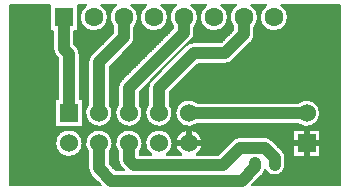
<source format=gtl>
G04 Layer_Physical_Order=1*
G04 Layer_Color=255*
%FSLAX24Y24*%
%MOIN*%
G70*
G01*
G75*
%ADD10C,0.0079*%
%ADD11C,0.0394*%
%ADD12C,0.0197*%
%ADD13C,0.0630*%
%ADD14R,0.0630X0.0630*%
%ADD15C,0.0600*%
%ADD16R,0.0600X0.0600*%
%ADD17C,0.0394*%
D10*
X41068Y34472D02*
G03*
X41068Y34472I-457J0D01*
G01*
X41256Y33646D02*
G03*
X41360Y33395I354J0D01*
G01*
X41256Y33646D02*
G03*
X41360Y33395I354J0D01*
G01*
X41965Y34183D02*
G03*
X42068Y34472I-354J289D01*
G01*
D02*
G03*
X41256Y34183I-457J0D01*
G01*
X42256Y33915D02*
G03*
X42360Y33665I354J0D01*
G01*
X42256Y33915D02*
G03*
X42360Y33665I354J0D01*
G01*
X42965Y34183D02*
G03*
X43068Y34472I-354J289D01*
G01*
D02*
G03*
X42256Y34183I-457J0D01*
G01*
X44068Y34472D02*
G03*
X43352Y34094I-457J0D01*
G01*
X41256Y35762D02*
G03*
X42068Y35472I354J-289D01*
G01*
X42256Y35762D02*
G03*
X43068Y35472I354J-289D01*
G01*
X42068D02*
G03*
X41965Y35762I-457J0D01*
G01*
X43068Y35472D02*
G03*
X42965Y35762I-457J0D01*
G01*
X43256D02*
G03*
X44068Y35472I354J-289D01*
G01*
X40089Y37628D02*
G03*
X40193Y37377I354J0D01*
G01*
X41360Y37422D02*
G03*
X41256Y37171I251J-251D01*
G01*
X41360Y37422D02*
G03*
X41256Y37171I250J-251D01*
G01*
X40089Y37628D02*
G03*
X40192Y37377I354J0D01*
G01*
X40965Y37461D02*
G03*
X40861Y37711I-354J0D01*
G01*
X40965Y37461D02*
G03*
X40861Y37711I-354J0D01*
G01*
X42360Y36571D02*
G03*
X42256Y36321I251J-251D01*
G01*
X42360Y36572D02*
G03*
X42256Y36321I250J-251D01*
G01*
X43360Y36567D02*
G03*
X43256Y36317I251J-251D01*
G01*
X43360Y36568D02*
G03*
X43256Y36317I250J-251D01*
G01*
X42693Y37753D02*
G03*
X42797Y38004I-250J251D01*
G01*
X42693Y37753D02*
G03*
X42797Y38004I-251J251D01*
G01*
X41197Y39075D02*
G03*
X41915Y38671I246J-404D01*
G01*
X42197Y39075D02*
G03*
X42089Y38359I246J-404D01*
G01*
X41915Y38671D02*
G03*
X41689Y39075I-472J0D01*
G01*
X42915Y38671D02*
G03*
X42689Y39075I-472J0D01*
G01*
X43197D02*
G03*
X43915Y38671I246J-404D01*
G01*
X42797Y38359D02*
G03*
X42915Y38671I-354J312D01*
G01*
X43868Y34094D02*
G03*
X44068Y34472I-258J378D01*
G01*
X45068D02*
G03*
X44352Y34094I-457J0D01*
G01*
X47061Y33420D02*
G03*
X47154Y33581I-250J251D01*
G01*
X47062Y33421D02*
G03*
X47154Y33581I-251J251D01*
G01*
X44868Y34094D02*
G03*
X45068Y34472I-258J378D01*
G01*
X46319Y34675D02*
G03*
X46068Y34571I0J-354D01*
G01*
X46319Y34675D02*
G03*
X46068Y34571I0J-354D01*
G01*
X44900Y35827D02*
G03*
X44900Y35118I-289J-354D01*
G01*
X44068Y35472D02*
G03*
X43965Y35762I-457J0D01*
G01*
X47154Y33581D02*
G03*
X47825Y33740I317J159D01*
G01*
X47154Y33581D02*
G03*
X47825Y33740I317J159D01*
G01*
X47387Y34571D02*
G03*
X47136Y34675I-251J-250D01*
G01*
X47825Y33986D02*
G03*
X47721Y34237I-354J0D01*
G01*
X47825Y33986D02*
G03*
X47721Y34237I-354J0D01*
G01*
X47386Y34571D02*
G03*
X47136Y34675I-251J-251D01*
G01*
X48239Y35118D02*
G03*
X48991Y35468I294J350D01*
G01*
D02*
G03*
X48249Y35827I-457J0D01*
G01*
X44774Y37835D02*
G03*
X44523Y37731I0J-354D01*
G01*
X44774Y37835D02*
G03*
X44523Y37731I0J-354D01*
G01*
X44693Y37903D02*
G03*
X44797Y38154I-251J251D01*
G01*
X44693Y37903D02*
G03*
X44797Y38154I-250J251D01*
G01*
X43915Y38671D02*
G03*
X43689Y39075I-472J0D01*
G01*
X44197D02*
G03*
X44089Y38359I246J-404D01*
G01*
X44915Y38671D02*
G03*
X44689Y39075I-472J0D01*
G01*
X44797Y38359D02*
G03*
X44915Y38671I-354J312D01*
G01*
X45197Y39075D02*
G03*
X45915Y38671I246J-404D01*
G01*
D02*
G03*
X45689Y39075I-472J0D01*
G01*
X45827Y37126D02*
G03*
X46078Y37230I0J354D01*
G01*
X45827Y37126D02*
G03*
X46077Y37230I0J354D01*
G01*
X46693Y37846D02*
G03*
X46797Y38096I-250J251D01*
G01*
X46693Y37846D02*
G03*
X46797Y38096I-251J251D01*
G01*
Y38359D02*
G03*
X46915Y38671I-354J312D01*
G01*
X46197Y39075D02*
G03*
X46089Y38359I246J-404D01*
G01*
X47197Y39075D02*
G03*
X47915Y38671I246J-404D01*
G01*
X46915D02*
G03*
X46689Y39075I-472J0D01*
G01*
X47915Y38671D02*
G03*
X47689Y39075I-472J0D01*
G01*
X38632Y33661D02*
X41256D01*
X38632Y33839D02*
X41256D01*
X40394Y33071D02*
Y34069D01*
X38632Y33898D02*
X41256D01*
X40157Y33071D02*
Y34407D01*
X40335Y33071D02*
Y34107D01*
X40216Y33071D02*
Y34240D01*
X40276Y33071D02*
Y34161D01*
X38632Y33425D02*
X41333D01*
X38632Y33484D02*
X41295D01*
X38632Y33307D02*
X41448D01*
X38632Y33366D02*
X41389D01*
X38632Y33779D02*
X41256D01*
X38632Y33957D02*
X41256D01*
X38632Y33543D02*
X41271D01*
X38632Y33720D02*
X41256D01*
X38632Y33602D02*
X41259D01*
X38632Y34370D02*
X40164D01*
X38632Y34429D02*
X40155D01*
X38632Y34252D02*
X40209D01*
X38632Y34311D02*
X40182D01*
X38632Y34488D02*
X40153D01*
X38632Y34547D02*
X40159D01*
X40157Y34537D02*
Y35015D01*
X38632Y34606D02*
X40173D01*
X38632Y34665D02*
X40195D01*
X38632Y34193D02*
X40248D01*
X38632Y34724D02*
X40228D01*
X38632Y34016D02*
X40585D01*
X38632Y34134D02*
X40303D01*
X38632Y34075D02*
X40384D01*
X38632Y34783D02*
X40275D01*
X38632Y34842D02*
X40341D01*
X40216Y34705D02*
Y35015D01*
X38632Y34902D02*
X40452D01*
X40453Y34902D02*
Y35015D01*
X40571Y33071D02*
Y34017D01*
X40512Y33071D02*
Y34026D01*
X40689Y33071D02*
Y34022D01*
X40630Y33071D02*
Y34015D01*
X40748Y33071D02*
Y34036D01*
X40453Y33071D02*
Y34043D01*
X40925Y33071D02*
Y34141D01*
X40807Y33071D02*
Y34059D01*
X40866Y33071D02*
Y34093D01*
X41279Y33071D02*
Y33519D01*
X41398Y33071D02*
Y33357D01*
X41339Y33071D02*
Y33418D01*
X41043Y33071D02*
Y34325D01*
X40984Y33071D02*
Y34209D01*
X41161Y33071D02*
Y34384D01*
X41220Y33071D02*
Y34233D01*
X41038Y34311D02*
X41182D01*
X41056Y34370D02*
X41164D01*
X41066Y34429D02*
X41155D01*
X41067Y34488D02*
X41153D01*
X41025Y34665D02*
X41195D01*
X40512Y34919D02*
Y35015D01*
X41062Y34547D02*
X41159D01*
X41043Y34620D02*
Y35015D01*
X41048Y34606D02*
X41173D01*
X40636Y34016D02*
X41256D01*
X40836Y34075D02*
X41256D01*
Y33646D02*
Y34183D01*
X40972Y34193D02*
X41248D01*
X40918Y34134D02*
X41256D01*
X40879Y34842D02*
X41341D01*
X40769Y34902D02*
X41452D01*
X41011Y34252D02*
X41209D01*
X40992Y34724D02*
X41228D01*
X40946Y34783D02*
X41275D01*
X38681Y33071D02*
Y39075D01*
X38632Y33071D02*
Y36368D01*
X38799Y33071D02*
Y39075D01*
X38740Y33071D02*
Y39075D01*
X38917Y33071D02*
Y39075D01*
X38858Y33071D02*
Y39075D01*
X39094Y33071D02*
Y39075D01*
X38976Y33071D02*
Y39075D01*
X39035Y33071D02*
Y39075D01*
X39862Y33071D02*
Y39075D01*
X39803Y33071D02*
Y39075D01*
X39980Y33071D02*
Y38199D01*
X39921Y33071D02*
Y39075D01*
X39213Y33071D02*
Y39075D01*
X39153Y33071D02*
Y39075D01*
X39744Y33071D02*
Y39075D01*
X39272Y33071D02*
Y39075D01*
X39685Y33071D02*
Y39075D01*
X38632Y35020D02*
X40153D01*
X38632Y35079D02*
X40153D01*
X39626Y33071D02*
Y39075D01*
X38632Y35138D02*
X40153D01*
X39390Y33071D02*
Y39075D01*
X39331Y33071D02*
Y39075D01*
X39567Y33071D02*
Y39075D01*
X39449Y33071D02*
Y39075D01*
X39508Y33071D02*
Y39075D01*
X38632Y35374D02*
X40153D01*
X38632Y35433D02*
X40153D01*
X38632Y35197D02*
X40153D01*
X38632Y35315D02*
X40153D01*
X38632Y35256D02*
X40153D01*
X38632Y35669D02*
X40153D01*
X38632Y35728D02*
X40153D01*
X38632Y35492D02*
X40153D01*
X38632Y35610D02*
X40153D01*
X38632Y35551D02*
X40153D01*
X40689Y34923D02*
Y35015D01*
X40571Y34928D02*
Y35015D01*
X40807Y34885D02*
Y35015D01*
X40748Y34909D02*
Y35015D01*
X40098Y33071D02*
Y37545D01*
X40039Y33071D02*
Y38199D01*
X40276Y34784D02*
Y35015D01*
X40335Y34838D02*
Y35015D01*
X40394Y34875D02*
Y35015D01*
X40925Y34804D02*
Y35015D01*
X40866Y34852D02*
Y35015D01*
X40984Y34736D02*
Y35015D01*
X41398Y34877D02*
Y35067D01*
X41102Y33071D02*
Y38344D01*
X41161Y34561D02*
Y35384D01*
X41220Y34712D02*
Y35233D01*
X41279Y34788D02*
Y35156D01*
X41339Y34840D02*
Y35104D01*
X40630Y34929D02*
Y35015D01*
X40153D02*
X41068D01*
Y35374D02*
X41163D01*
X41068Y35433D02*
X41154D01*
X40153Y35015D02*
Y35930D01*
X41068Y35551D02*
X41160D01*
X41068Y35015D02*
Y35930D01*
Y35492D02*
X41153D01*
X41161Y35561D02*
Y38292D01*
X41068Y35256D02*
X41207D01*
X41068Y35315D02*
X41181D01*
X41068Y35079D02*
X41377D01*
X41068Y35197D02*
X41245D01*
X41068Y35138D02*
X41298D01*
X41068Y35610D02*
X41174D01*
X41068Y35669D02*
X41197D01*
X41220Y35712D02*
Y38255D01*
X41068Y35728D02*
X41231D01*
X41256Y35762D02*
Y37171D01*
X38632Y33071D02*
X41684D01*
X38632Y33130D02*
X41625D01*
X41634Y33071D02*
Y33121D01*
X41575Y33071D02*
Y33180D01*
X38632Y33189D02*
X41566D01*
X38632Y33248D02*
X41507D01*
X41516Y33071D02*
Y33239D01*
X41457Y33071D02*
Y33298D01*
X41360Y33395D02*
X41684Y33071D01*
X41965Y33792D02*
X42174Y33583D01*
X41965Y33839D02*
X42264D01*
X42037Y33720D02*
X42314D01*
X41978Y33779D02*
X42283D01*
X41965Y33898D02*
X42256D01*
X41965Y33957D02*
X42256D01*
X42047Y33710D02*
Y34337D01*
X41965Y33792D02*
Y34183D01*
X41988Y33769D02*
Y34215D01*
X42038Y34311D02*
X42182D01*
X42056Y34370D02*
X42164D01*
X42066Y34429D02*
X42155D01*
X41634Y34929D02*
Y35016D01*
X42062Y34547D02*
X42159D01*
X42048Y34606D02*
X42173D01*
X42025Y34665D02*
X42195D01*
X41965Y34016D02*
X42256D01*
X41965Y34075D02*
X42256D01*
X41965Y34134D02*
X42256D01*
X42011Y34252D02*
X42209D01*
X41972Y34193D02*
X42248D01*
X41769Y34902D02*
X42452D01*
X38632Y34961D02*
X49656D01*
X41992Y34724D02*
X42228D01*
X41946Y34783D02*
X42275D01*
X41879Y34842D02*
X42341D01*
X42283Y33583D02*
Y33779D01*
X42096Y33661D02*
X42363D01*
X42401Y33583D02*
Y33623D01*
X42342Y33583D02*
Y33683D01*
X42224Y33583D02*
Y34227D01*
X42165Y33592D02*
Y34366D01*
X42256Y33915D02*
Y34183D01*
X42174Y33583D02*
X42442D01*
X42155Y33602D02*
X42422D01*
X42360Y33665D02*
X42442Y33583D01*
X42965Y34094D02*
X43352D01*
X42992D02*
Y34220D01*
X42965Y34094D02*
Y34183D01*
X43287Y34094D02*
Y34148D01*
X43169Y34094D02*
Y34351D01*
X43228Y34094D02*
Y34221D01*
X43051Y34094D02*
Y34350D01*
X43056Y34370D02*
X43164D01*
X43066Y34429D02*
X43155D01*
X42067Y34488D02*
X42153D01*
X43067D02*
X43153D01*
X43062Y34547D02*
X43159D01*
X43048Y34606D02*
X43173D01*
X42965Y34134D02*
X43303D01*
X42972Y34193D02*
X43248D01*
X43011Y34252D02*
X43209D01*
X43038Y34311D02*
X43182D01*
X43025Y34665D02*
X43195D01*
X42879Y34842D02*
X43341D01*
X42769Y34902D02*
X43452D01*
X42992Y34724D02*
X43228D01*
X42946Y34783D02*
X43275D01*
X41516Y34920D02*
Y35025D01*
X41068Y35020D02*
X41545D01*
X41693Y34922D02*
Y35022D01*
X41575Y34929D02*
Y35016D01*
X41457Y34903D02*
Y35042D01*
X41752Y34907D02*
Y35037D01*
X41929Y34801D02*
Y35144D01*
X41811Y34884D02*
Y35061D01*
X41870Y34849D02*
Y35096D01*
X42224Y34718D02*
Y35227D01*
X41988Y34730D02*
Y35215D01*
X42283Y34793D02*
Y35152D01*
X42342Y34843D02*
Y35102D01*
X42047Y34608D02*
Y35337D01*
X42106Y33651D02*
Y37166D01*
X42165Y34579D02*
Y35366D01*
X42057Y35374D02*
X42163D01*
X42061Y35551D02*
X42160D01*
X42066Y35433D02*
X42154D01*
X42067Y35492D02*
X42153D01*
X41965Y35762D02*
Y37024D01*
X42165Y35579D02*
Y37225D01*
X41988Y35730D02*
Y37048D01*
X42047Y35608D02*
Y37107D01*
X41675Y35020D02*
X42545D01*
X41843Y35079D02*
X42377D01*
X41922Y35138D02*
X42298D01*
X42013Y35256D02*
X42207D01*
X41975Y35197D02*
X42245D01*
X42023Y35669D02*
X42197D01*
X41989Y35728D02*
X42231D01*
X42040Y35315D02*
X42181D01*
X42046Y35610D02*
X42174D01*
X42224Y35718D02*
Y37284D01*
X42520Y34921D02*
Y35024D01*
X42579Y34929D02*
Y35016D01*
X42697Y34922D02*
Y35023D01*
X42638Y34929D02*
Y35016D01*
X42401Y34880D02*
Y35065D01*
X42461Y34905D02*
Y35040D01*
X42874Y34846D02*
Y35099D01*
X42756Y34906D02*
Y35039D01*
X42815Y34882D02*
Y35063D01*
X43287Y34796D02*
Y35148D01*
X42933Y34797D02*
Y35148D01*
X43346Y34846D02*
Y35099D01*
X43405Y34882D02*
Y35063D01*
X43464Y34906D02*
Y35039D01*
X43051Y34595D02*
Y35350D01*
X42992Y34724D02*
Y35220D01*
X43110Y34094D02*
Y36320D01*
X43169Y34594D02*
Y35351D01*
X43228Y34724D02*
Y35221D01*
X43057Y35374D02*
X43163D01*
X43061Y35551D02*
X43160D01*
X43066Y35433D02*
X43154D01*
X43067Y35492D02*
X43153D01*
X42992Y35724D02*
Y36202D01*
X43169Y35594D02*
Y36379D01*
X43051Y35595D02*
Y36261D01*
X43046Y35610D02*
X43174D01*
X42675Y35020D02*
X43545D01*
X42843Y35079D02*
X43377D01*
X42922Y35138D02*
X43298D01*
X43013Y35256D02*
X43207D01*
X42975Y35197D02*
X43245D01*
X43023Y35669D02*
X43197D01*
X42989Y35728D02*
X43231D01*
X43040Y35315D02*
X43181D01*
X43228Y35724D02*
Y36438D01*
X38632Y35787D02*
X40153D01*
X38632Y35846D02*
X40153D01*
X38632Y35905D02*
X40153D01*
Y35930D02*
X40256D01*
X38632Y35965D02*
X40256D01*
X38632Y36024D02*
X40256D01*
X40216Y35930D02*
Y37353D01*
X40157Y35930D02*
Y37418D01*
X38632Y36083D02*
X40256D01*
X38632Y36260D02*
X40256D01*
X38632Y36319D02*
X40256D01*
X38632Y36142D02*
X40256D01*
X38632Y36201D02*
X40256D01*
X38632Y36555D02*
X40256D01*
X38632Y36614D02*
X40256D01*
X38632Y36378D02*
X40256D01*
X38632Y36496D02*
X40256D01*
X38632Y36437D02*
X40256D01*
X38632Y37264D02*
X40256D01*
X38632Y37323D02*
X40247D01*
X40193Y37377D02*
X40256Y37314D01*
X38632Y37382D02*
X40188D01*
X38632Y37441D02*
X40142D01*
X38632Y37500D02*
X40113D01*
X38632Y37618D02*
X40089D01*
X38632Y37559D02*
X40095D01*
X38632Y36850D02*
X40256D01*
X38632Y36909D02*
X40256D01*
X38632Y36673D02*
X40256D01*
X38632Y36791D02*
X40256D01*
X38632Y36732D02*
X40256D01*
X38632Y37146D02*
X40256D01*
X38632Y37205D02*
X40256D01*
X38632Y36968D02*
X40256D01*
X38632Y37087D02*
X40256D01*
X38632Y37027D02*
X40256D01*
X41068Y35905D02*
X41256D01*
X40965Y35930D02*
X41068D01*
Y35787D02*
X41256D01*
X41068Y35846D02*
X41256D01*
X40256Y35930D02*
Y37314D01*
X40965Y36024D02*
X41256D01*
X40965Y35930D02*
Y37461D01*
Y36083D02*
X41256D01*
X40965Y35965D02*
X41256D01*
X40965Y36260D02*
X41256D01*
X40965Y36319D02*
X41256D01*
X40965Y36142D02*
X41256D01*
X40965Y36201D02*
X41256D01*
X40965Y36555D02*
X41256D01*
X40965Y36614D02*
X41256D01*
X40965Y36378D02*
X41256D01*
X40965Y36496D02*
X41256D01*
X40965Y36437D02*
X41256D01*
X40965Y36791D02*
X41256D01*
X40965Y36850D02*
X41256D01*
X40965Y36673D02*
X41256D01*
X40965Y36732D02*
X41256D01*
X40965Y37087D02*
X41256D01*
X40965Y37146D02*
X41256D01*
X40965Y36909D02*
X41256D01*
X40965Y37027D02*
X41256D01*
X40965Y36968D02*
X41256D01*
X40965Y37205D02*
X41257D01*
X40965Y37264D02*
X41268D01*
X40965Y37323D02*
X41290D01*
X40965Y37382D02*
X41325D01*
X40951Y37559D02*
X41497D01*
X40928Y37618D02*
X41556D01*
X40965Y37441D02*
X41379D01*
X40962Y37500D02*
X41438D01*
X38632Y37795D02*
X40089D01*
X38632Y37854D02*
X40089D01*
X38632Y37677D02*
X40089D01*
X38632Y37736D02*
X40089D01*
X38632Y38031D02*
X40089D01*
X38632Y38090D02*
X40089D01*
X38632Y36368D02*
Y39075D01*
Y38150D02*
X40089D01*
Y37628D02*
Y38199D01*
X40797Y37775D02*
X40861Y37711D01*
X40836Y37736D02*
X41674D01*
X40797Y37795D02*
X41733D01*
X38632Y37913D02*
X40089D01*
X38632Y37972D02*
X40089D01*
X40807Y37765D02*
Y38199D01*
X40797Y37775D02*
Y38199D01*
Y37854D02*
X41792D01*
X38632Y38327D02*
X39970D01*
X38632Y38386D02*
X39970D01*
X38632Y38209D02*
X39970D01*
X38632Y38268D02*
X39970D01*
X38632Y38445D02*
X39970D01*
X38632Y38504D02*
X39970D01*
Y38199D02*
Y39075D01*
X38632Y38622D02*
X39970D01*
X38632Y38563D02*
X39970D01*
X38632Y38681D02*
X39970D01*
X38632Y38740D02*
X39970D01*
X40797Y38199D02*
X40915D01*
X38632Y38799D02*
X39970D01*
Y38199D02*
X40089D01*
X38632Y39035D02*
X39970D01*
X38632Y39075D02*
X39970D01*
X38632Y38858D02*
X39970D01*
X38632Y38976D02*
X39970D01*
X38632Y38917D02*
X39970D01*
X41339Y37399D02*
Y38210D01*
X40866Y37706D02*
Y38199D01*
X40925Y37623D02*
Y39075D01*
X40915Y38199D02*
Y39075D01*
X40984Y35930D02*
Y38558D01*
X41043Y35930D02*
Y38419D01*
X41279Y37298D02*
Y38228D01*
X41398Y37460D02*
Y38201D01*
X40891Y37677D02*
X41615D01*
X41457Y37519D02*
Y38199D01*
X41516Y37578D02*
Y38204D01*
X41575Y37637D02*
Y38218D01*
X40915Y38209D02*
X41347D01*
X41634Y37696D02*
Y38239D01*
X41693Y37755D02*
Y38270D01*
X41752Y37814D02*
Y38314D01*
X40915Y38563D02*
X40983D01*
X40915Y38622D02*
X40973D01*
X40915Y38445D02*
X41028D01*
X40915Y38504D02*
X41001D01*
X40915Y38681D02*
X40971D01*
X40915Y38740D02*
X40976D01*
X40984Y38784D02*
Y39075D01*
X40915Y38799D02*
X40988D01*
X40915Y38858D02*
X41009D01*
X40915Y38917D02*
X41040D01*
X40915Y38976D02*
X41082D01*
X40915Y38268D02*
X41197D01*
X40915Y38386D02*
X41066D01*
X40915Y38327D02*
X41120D01*
X40915Y39035D02*
X41142D01*
X40915Y39075D02*
X41197D01*
X41043Y38923D02*
Y39075D01*
X41102Y38999D02*
Y39075D01*
X41752Y39029D02*
Y39075D01*
X41965Y35905D02*
X42256D01*
X41965Y35965D02*
X42256D01*
X41965Y35787D02*
X42256D01*
X41965Y35846D02*
X42256D01*
X41965Y36024D02*
X42256D01*
X41965Y36083D02*
X42256D01*
Y35762D02*
Y36321D01*
X41965Y36201D02*
X42256D01*
X41965Y36142D02*
X42256D01*
X41965Y36378D02*
X42261D01*
X41965Y36437D02*
X42275D01*
X41965Y36260D02*
X42256D01*
X41965Y36319D02*
X42256D01*
X41965Y36496D02*
X42302D01*
X42283Y36458D02*
Y37343D01*
X42342Y36553D02*
Y37402D01*
X41965Y36673D02*
X42461D01*
X41965Y36732D02*
X42520D01*
X41965Y36555D02*
X42344D01*
X41965Y36614D02*
X42402D01*
X40797Y37913D02*
X41851D01*
X40797Y37972D02*
X41910D01*
X41965Y36791D02*
X42580D01*
X41965Y36850D02*
X42639D01*
X41965Y37024D02*
X42693Y37753D01*
X41965Y36909D02*
X42698D01*
X41965Y36968D02*
X42757D01*
X41968Y37027D02*
X42816D01*
X42027Y37087D02*
X42875D01*
X42086Y37146D02*
X42934D01*
X42145Y37205D02*
X42993D01*
X42204Y37264D02*
X43052D01*
X42263Y37323D02*
X43111D01*
X42322Y37382D02*
X43170D01*
X42381Y37441D02*
X43229D01*
X42965Y35905D02*
X43256D01*
X42965Y35965D02*
X43256D01*
X42965Y35787D02*
X43256D01*
X42965Y35846D02*
X43256D01*
X42965Y36024D02*
X43256D01*
X42965Y36083D02*
X43256D01*
Y35762D02*
Y36317D01*
X42965Y35762D02*
Y36174D01*
Y36142D02*
X43256D01*
X42991Y36201D02*
X43256D01*
X43050Y36260D02*
X43256D01*
X43109Y36319D02*
X43256D01*
X43168Y36378D02*
X43261D01*
X42965Y36174D02*
X44693Y37903D01*
X43227Y36437D02*
X43277D01*
X43287Y36463D02*
Y36497D01*
X42401Y36613D02*
Y37461D01*
X42461Y36672D02*
Y37520D01*
X42520Y36731D02*
Y37580D01*
X42579Y36790D02*
Y37639D01*
X42638Y36849D02*
Y37698D01*
X42697Y36908D02*
Y37757D01*
X42756Y36968D02*
Y37838D01*
X42440Y37500D02*
X43288D01*
X42499Y37559D02*
X43347D01*
X43360Y36568D02*
X44523Y37731D01*
X42558Y37618D02*
X43406D01*
X42617Y37677D02*
X43465D01*
X42676Y37736D02*
X43524D01*
X42729Y37795D02*
X43583D01*
X42764Y37854D02*
X43643D01*
X42785Y37913D02*
X43702D01*
X42796Y37972D02*
X43761D01*
X40797Y38031D02*
X41969D01*
X40797Y38090D02*
X42028D01*
X41811Y37873D02*
Y38375D01*
X42047Y38109D02*
Y38413D01*
X41858Y38445D02*
X42028D01*
X41870Y37932D02*
Y38469D01*
X41929Y37991D02*
Y39075D01*
X41988Y38050D02*
Y38543D01*
X41360Y37422D02*
X42089Y38151D01*
X40797Y38150D02*
X42087D01*
X41538Y38209D02*
X42089D01*
X41688Y38268D02*
X42089D01*
X41766Y38327D02*
X42089D01*
X41819Y38386D02*
X42066D01*
X42360Y36572D02*
X44089Y38300D01*
X42089Y38151D02*
Y38359D01*
X41903Y38563D02*
X41983D01*
X41910Y38740D02*
X41976D01*
X41913Y38622D02*
X41973D01*
X41915Y38681D02*
X41971D01*
X41811Y38967D02*
Y39075D01*
X41988Y38799D02*
Y39075D01*
X41870Y38873D02*
Y39075D01*
X41898Y38799D02*
X41988D01*
X41804Y38976D02*
X42082D01*
X41744Y39035D02*
X42142D01*
X41885Y38504D02*
X42001D01*
X41877Y38858D02*
X42009D01*
X41846Y38917D02*
X42040D01*
X42047Y38929D02*
Y39075D01*
X41689D02*
X42197D01*
X42106Y39003D02*
Y39075D01*
X42689D02*
X43197D01*
X42797Y38004D02*
Y38359D01*
Y38327D02*
X43120D01*
X43110Y37322D02*
Y38336D01*
X43169Y37381D02*
Y38286D01*
X42815Y37027D02*
Y38380D01*
X42874Y37086D02*
Y38478D01*
X42933Y37145D02*
Y39075D01*
X42992Y37204D02*
Y38530D01*
X43051Y37263D02*
Y38407D01*
X42797Y38031D02*
X43820D01*
X42797Y38090D02*
X43879D01*
X43405Y37617D02*
Y38200D01*
X42797Y38209D02*
X43347D01*
X42797Y38150D02*
X43938D01*
X42797Y38268D02*
X43197D01*
X43228Y37440D02*
Y38250D01*
X43287Y37499D02*
Y38225D01*
X43346Y37558D02*
Y38209D01*
X42903Y38563D02*
X42983D01*
X42913Y38622D02*
X42973D01*
X42915Y38681D02*
X42971D01*
X42815Y38963D02*
Y39075D01*
X42756Y39025D02*
Y39075D01*
X42910Y38740D02*
X42976D01*
X42874Y38865D02*
Y39075D01*
X42898Y38799D02*
X42988D01*
X42819Y38386D02*
X43067D01*
X42846Y38917D02*
X43040D01*
X42858Y38445D02*
X43028D01*
X42885Y38504D02*
X43001D01*
X42877Y38858D02*
X43009D01*
X42804Y38976D02*
X43082D01*
X42744Y39035D02*
X43142D01*
X42992Y38812D02*
Y39075D01*
X43051Y38935D02*
Y39075D01*
X43110Y39007D02*
Y39075D01*
X43996Y34094D02*
Y34226D01*
X43937Y34094D02*
Y34152D01*
X44011Y34252D02*
X44209D01*
X44038Y34311D02*
X44182D01*
X44055Y34094D02*
Y34365D01*
X44173Y34094D02*
Y34337D01*
X44066Y34429D02*
X44155D01*
X44056Y34370D02*
X44164D01*
X43868Y34094D02*
X44352D01*
X43918Y34134D02*
X44303D01*
X44291Y34094D02*
Y34145D01*
X43972Y34193D02*
X44248D01*
X44232Y34094D02*
Y34215D01*
X44048Y34606D02*
X44173D01*
X44025Y34665D02*
X44195D01*
X44067Y34488D02*
X44153D01*
X44062Y34547D02*
X44159D01*
X43524Y34922D02*
Y35023D01*
X43583Y34929D02*
Y35016D01*
X43760Y34905D02*
Y35040D01*
X43642Y34929D02*
Y35016D01*
X43701Y34921D02*
Y35024D01*
X43879Y34842D02*
X44341D01*
X43769Y34902D02*
X44452D01*
X43992Y34724D02*
X44228D01*
X43946Y34783D02*
X44275D01*
X44587Y34929D02*
Y35016D01*
X44409Y34883D02*
Y35061D01*
X43675Y35020D02*
X44545D01*
X44468Y34907D02*
Y35038D01*
X44527Y34922D02*
Y35023D01*
X44646Y34929D02*
Y35016D01*
X46831Y33071D02*
Y33190D01*
X46772Y33071D02*
Y33131D01*
X46949Y33071D02*
Y33308D01*
X46890Y33071D02*
Y33249D01*
X45591Y34094D02*
X46068Y34571D01*
X44941Y34094D02*
Y34156D01*
X47067Y33071D02*
Y33426D01*
X47008Y33071D02*
Y33367D01*
X46712Y33071D02*
X47061Y33420D01*
X47066Y33425D02*
X47308D01*
X47112Y33484D02*
X47225D01*
X47303Y33071D02*
Y33428D01*
X47244Y33071D02*
Y33468D01*
X47126Y33071D02*
Y33509D01*
X47141Y33543D02*
X47176D01*
X47185Y33071D02*
Y33530D01*
X44868Y34094D02*
X45591D01*
X44918Y34134D02*
X45631D01*
X45000Y34094D02*
Y34233D01*
X44972Y34193D02*
X45690D01*
X44764Y34903D02*
Y35041D01*
X44705Y34920D02*
Y35025D01*
X45059Y34094D02*
Y34383D01*
X45011Y34252D02*
X45749D01*
X45038Y34311D02*
X45808D01*
X45056Y34370D02*
X45867D01*
X45066Y34429D02*
X45926D01*
X45067Y34488D02*
X45985D01*
X45062Y34547D02*
X46044D01*
X45048Y34606D02*
X46109D01*
X45025Y34665D02*
X46236D01*
X46319Y34675D02*
X47136D01*
X43878Y34843D02*
Y35101D01*
X43819Y34880D02*
Y35065D01*
X43937Y34793D02*
Y35152D01*
X44291Y34800D02*
Y35145D01*
X44055Y34579D02*
Y35365D01*
X43996Y34718D02*
Y35226D01*
X44114Y34094D02*
Y36320D01*
X44173Y34607D02*
Y35337D01*
X44232Y34730D02*
Y35215D01*
X44350Y34849D02*
Y35096D01*
X43843Y35079D02*
X44377D01*
X44882Y34841D02*
Y35104D01*
X44823Y34878D02*
Y35067D01*
X44941Y34789D02*
Y35118D01*
X45118Y34094D02*
Y35118D01*
X45000Y34712D02*
Y35118D01*
X45059Y34562D02*
Y35118D01*
X44057Y35374D02*
X44163D01*
X44061Y35551D02*
X44160D01*
X44066Y35433D02*
X44154D01*
X44067Y35492D02*
X44153D01*
X43965Y35762D02*
Y36170D01*
X44055Y35579D02*
Y36261D01*
X43996Y35718D02*
Y36202D01*
X44173Y35607D02*
Y36379D01*
X43922Y35138D02*
X44298D01*
X43975Y35197D02*
X44245D01*
X44013Y35256D02*
X44207D01*
X44046Y35610D02*
X44174D01*
X44040Y35315D02*
X44181D01*
X43989Y35728D02*
X44231D01*
X43965Y35787D02*
X44278D01*
X44023Y35669D02*
X44197D01*
X44232Y35730D02*
Y36438D01*
X44291Y35800D02*
Y36497D01*
X45531Y34094D02*
Y35118D01*
X45472Y34094D02*
Y35118D01*
X45590Y34094D02*
Y35118D01*
X45650Y34153D02*
Y35118D01*
X45236Y34094D02*
Y35118D01*
X45177Y34094D02*
Y35118D01*
X45413Y34094D02*
Y35118D01*
X45295Y34094D02*
Y35118D01*
X45354Y34094D02*
Y35118D01*
X46004Y34507D02*
Y35118D01*
X46063Y34566D02*
Y35118D01*
X46122Y34615D02*
Y35118D01*
X47303Y34633D02*
Y35118D01*
X45709Y34212D02*
Y35118D01*
X45768Y34271D02*
Y35118D01*
X45827Y34330D02*
Y35118D01*
X45886Y34389D02*
Y35118D01*
X45945Y34448D02*
Y35118D01*
X46535Y34675D02*
Y35118D01*
X46476Y34675D02*
Y35118D01*
X46653Y34675D02*
Y35118D01*
X46594Y34675D02*
Y35118D01*
X46181Y34647D02*
Y35118D01*
X46240Y34666D02*
Y35118D01*
X46299Y34675D02*
Y35118D01*
X46358Y34675D02*
Y35118D01*
X46417Y34675D02*
Y35118D01*
X47067Y34675D02*
Y35118D01*
X47008Y34675D02*
Y35118D01*
X47244Y34658D02*
Y35118D01*
X47126Y34675D02*
Y35118D01*
X47185Y34672D02*
Y35118D01*
X46772Y34675D02*
Y35118D01*
X46713Y34675D02*
Y35118D01*
X46949Y34675D02*
Y35118D01*
X46831Y34675D02*
Y35118D01*
X46890Y34675D02*
Y35118D01*
X47421Y33071D02*
Y33389D01*
X47362Y33071D02*
Y33403D01*
X47539Y33071D02*
Y33393D01*
X47480Y33071D02*
Y33386D01*
X47598Y33071D02*
Y33410D01*
X47776Y33071D02*
Y33560D01*
X47657Y33071D02*
Y33439D01*
X47716Y33071D02*
Y33485D01*
X46712Y33071D02*
X49656D01*
X46771Y33130D02*
X49656D01*
X46830Y33189D02*
X49656D01*
X46889Y33248D02*
X49656D01*
X46948Y33307D02*
X49656D01*
X47007Y33366D02*
X49656D01*
X47715Y33484D02*
X49656D01*
X47633Y33425D02*
X49656D01*
X47793Y34134D02*
X48076D01*
X47758Y34193D02*
X48076D01*
X47824Y34016D02*
X48076D01*
X47814Y34075D02*
X48076D01*
X47219Y34665D02*
X48076D01*
X47387Y34571D02*
X47721Y34237D01*
X47706Y34252D02*
X48076D01*
X47647Y34311D02*
X48076D01*
X47765Y33543D02*
X49656D01*
X47816Y33661D02*
X49656D01*
X47797Y33602D02*
X49656D01*
X47411Y34547D02*
X48076D01*
X47346Y34606D02*
X48076D01*
X47588Y34370D02*
X48076D01*
X47470Y34488D02*
X48076D01*
X47529Y34429D02*
X48076D01*
X48130Y33071D02*
Y34011D01*
X47825Y33741D02*
Y33986D01*
X48248Y33071D02*
Y34011D01*
X48189Y33071D02*
Y34011D01*
X48366Y33071D02*
Y34011D01*
X48307Y33071D02*
Y34011D01*
X48543Y33071D02*
Y34011D01*
X48425Y33071D02*
Y34011D01*
X48484Y33071D02*
Y34011D01*
X47824Y33720D02*
X49656D01*
X47825Y33779D02*
X49656D01*
X48957Y33071D02*
Y34011D01*
X48898Y33071D02*
Y34011D01*
X48661Y33071D02*
Y34011D01*
X48602Y33071D02*
Y34011D01*
X48838Y33071D02*
Y34011D01*
X48720Y33071D02*
Y34011D01*
X48779Y33071D02*
Y34011D01*
X47825Y33839D02*
X49656D01*
X47825Y33898D02*
X49656D01*
X48076Y34011D02*
X48991D01*
Y34016D02*
X49656D01*
X48991Y34075D02*
X49656D01*
X48991Y34134D02*
X49656D01*
X47825Y33957D02*
X49656D01*
X48991Y34193D02*
X49656D01*
X48991Y34252D02*
X49656D01*
X48991Y34370D02*
X49656D01*
X48991Y34311D02*
X49656D01*
X48991Y34606D02*
X49656D01*
X48991Y34665D02*
X49656D01*
X48991Y34429D02*
X49656D01*
X48991Y34547D02*
X49656D01*
X48991Y34488D02*
X49656D01*
X47362Y34594D02*
Y35118D01*
X47480Y34478D02*
Y35118D01*
X47421Y34537D02*
Y35118D01*
X47598Y34359D02*
Y35118D01*
X47539Y34419D02*
Y35118D01*
X47776Y34167D02*
Y35118D01*
X47657Y34300D02*
Y35118D01*
X47716Y34241D02*
Y35118D01*
X44992Y34724D02*
X48076D01*
X44946Y34783D02*
X48076D01*
Y34011D02*
Y34926D01*
X47894Y33071D02*
Y35118D01*
X47835Y33071D02*
Y35118D01*
X48071Y33071D02*
Y35118D01*
X47953Y33071D02*
Y35118D01*
X48012Y33071D02*
Y35118D01*
X44879Y34842D02*
X48076D01*
X44769Y34902D02*
X48076D01*
X48366Y34926D02*
Y35043D01*
X48307Y34926D02*
Y35071D01*
X44843Y35079D02*
X48294D01*
X44900Y35118D02*
X48239D01*
X48248Y34926D02*
Y35111D01*
X48130Y34926D02*
Y35118D01*
X48189Y34926D02*
Y35118D01*
X48484Y34926D02*
Y35014D01*
X48076Y34926D02*
X48991D01*
X48543D02*
Y35011D01*
X48602Y34926D02*
Y35016D01*
X48622Y35020D02*
X49656D01*
X44675D02*
X48445D01*
X48661Y34926D02*
Y35029D01*
X48425Y34926D02*
Y35024D01*
X48957Y34926D02*
Y35295D01*
X48838Y34926D02*
Y35128D01*
X49016Y33071D02*
Y39075D01*
X48991Y34011D02*
Y34926D01*
X49134Y33071D02*
Y39075D01*
X49075Y33071D02*
Y39075D01*
X49311Y33071D02*
Y39075D01*
X49193Y33071D02*
Y39075D01*
X49252Y33071D02*
Y39075D01*
X48991Y34724D02*
X49656D01*
X48991Y34783D02*
X49656D01*
X49488Y33071D02*
Y39075D01*
X48991Y34902D02*
X49656D01*
X48991Y34842D02*
X49656D01*
X49429Y33071D02*
Y39075D01*
X49370Y33071D02*
Y39075D01*
X49656Y33071D02*
Y39075D01*
X49547Y33071D02*
Y39075D01*
X49606Y33071D02*
Y39075D01*
X48779Y34926D02*
Y35083D01*
X48720Y34926D02*
Y35051D01*
X48898Y34926D02*
Y35191D01*
X48902Y35197D02*
X49656D01*
X48898Y35746D02*
Y39075D01*
X48838Y35809D02*
Y39075D01*
X48939Y35256D02*
X49656D01*
X48957Y35642D02*
Y39075D01*
X48964Y35315D02*
X49656D01*
X48773Y35079D02*
X49656D01*
X48849Y35138D02*
X49656D01*
X48981Y35374D02*
X49656D01*
X48990Y35492D02*
X49656D01*
X48990Y35433D02*
X49656D01*
X48910Y35728D02*
X49656D01*
X48862Y35787D02*
X49656D01*
X48983Y35551D02*
X49656D01*
X48945Y35669D02*
X49656D01*
X48968Y35610D02*
X49656D01*
X43965Y35846D02*
X44347D01*
X43965Y35905D02*
X44463D01*
X44350Y35849D02*
Y36556D01*
X44409Y35883D02*
Y36615D01*
X43464Y37676D02*
Y38199D01*
X43524Y37735D02*
Y38206D01*
X44468Y35907D02*
Y36674D01*
X43583Y37794D02*
Y38220D01*
X44527Y35922D02*
Y36733D01*
X44646Y35929D02*
Y36851D01*
X44587Y35929D02*
Y36792D01*
X44764Y35903D02*
Y36969D01*
X44705Y35920D02*
Y36910D01*
X43965Y36170D02*
X44920Y37126D01*
X44646Y37811D02*
Y37855D01*
X44705Y37828D02*
Y37915D01*
X43642Y37853D02*
Y38243D01*
X43538Y38209D02*
X43997D01*
X44764Y37835D02*
Y38003D01*
X43701Y37912D02*
Y38275D01*
X43688Y38268D02*
X44056D01*
X43760Y37971D02*
Y38321D01*
X43766Y38327D02*
X44089D01*
X44797Y38154D02*
Y38359D01*
X44645Y37854D02*
X45700D01*
X44703Y37913D02*
X45759D01*
X44774Y37835D02*
X45680D01*
X44747Y37972D02*
X45818D01*
X44776Y38031D02*
X45877D01*
X44792Y38090D02*
X45936D01*
X44797Y38150D02*
X45995D01*
X44797Y38327D02*
X45120D01*
X44797Y38209D02*
X45347D01*
X45295Y35827D02*
Y37126D01*
X45236Y35827D02*
Y37126D01*
X45413Y35827D02*
Y37126D01*
X45354Y35827D02*
Y37126D01*
X45000Y35827D02*
Y37126D01*
X44941Y35827D02*
Y37126D01*
X45177Y35827D02*
Y37126D01*
X45059Y35827D02*
Y37126D01*
X45118Y35827D02*
Y37126D01*
X45531Y35827D02*
Y37126D01*
X45472Y35827D02*
Y37126D01*
X45768Y35827D02*
Y37126D01*
X45590Y35827D02*
Y37126D01*
X45886Y35827D02*
Y37131D01*
X45827Y35827D02*
Y37126D01*
X46063Y35827D02*
Y37216D01*
X45945Y35827D02*
Y37146D01*
X46004Y35827D02*
Y37173D01*
X44882Y35841D02*
Y37087D01*
X44823Y35878D02*
Y37028D01*
X45413Y37835D02*
Y38200D01*
X45354Y37835D02*
Y38207D01*
X45118Y37835D02*
Y38328D01*
X44797Y38268D02*
X45197D01*
X45295Y37835D02*
Y38223D01*
X45177Y37835D02*
Y38281D01*
X45236Y37835D02*
Y38246D01*
X44920Y37126D02*
X45827D01*
X45472Y37835D02*
Y38200D01*
X45709Y35827D02*
Y37126D01*
X45531Y37835D02*
Y38207D01*
X45650Y35827D02*
Y37126D01*
X45590Y37835D02*
Y38222D01*
X45538Y38209D02*
X46054D01*
X45650Y37835D02*
Y38246D01*
X45709Y37863D02*
Y38281D01*
X45768Y37922D02*
Y38328D01*
X43819Y38031D02*
Y38385D01*
X43878Y38090D02*
Y38487D01*
X43996Y38208D02*
Y38518D01*
X43885Y38504D02*
X44001D01*
X43903Y38563D02*
X43983D01*
X43937Y38149D02*
Y39075D01*
X43915Y38681D02*
X43971D01*
X43913Y38622D02*
X43973D01*
X44089Y38300D02*
Y38359D01*
X43819Y38386D02*
X44067D01*
X44823Y37835D02*
Y38390D01*
X44819Y38386D02*
X45066D01*
X43858Y38445D02*
X44028D01*
X44055Y38267D02*
Y38402D01*
X43877Y38858D02*
X44009D01*
X43846Y38917D02*
X44040D01*
X43910Y38740D02*
X43976D01*
X43898Y38799D02*
X43988D01*
X43819Y38957D02*
Y39075D01*
X43760Y39022D02*
Y39075D01*
X43996Y38824D02*
Y39075D01*
X43878Y38856D02*
Y39075D01*
X44055Y38941D02*
Y39075D01*
X43804Y38976D02*
X44082D01*
X43744Y39035D02*
X44142D01*
X44846Y38917D02*
X45040D01*
X44804Y38976D02*
X45082D01*
X44744Y39035D02*
X45142D01*
X44114Y39010D02*
Y39075D01*
X43689D02*
X44197D01*
X44823Y38952D02*
Y39075D01*
X44764Y39018D02*
Y39075D01*
X44689D02*
X45197D01*
X44882Y37835D02*
Y38496D01*
X44858Y38445D02*
X45028D01*
X45059Y37835D02*
Y38396D01*
X45827Y37981D02*
Y38396D01*
X44885Y38504D02*
X45001D01*
X44903Y38563D02*
X44983D01*
X45000Y37835D02*
Y38507D01*
X44941Y37835D02*
Y39075D01*
X44913Y38622D02*
X44973D01*
X45819Y38386D02*
X46066D01*
X45858Y38445D02*
X46028D01*
X46004Y38158D02*
Y38497D01*
X45885Y38504D02*
X46001D01*
X46063Y38218D02*
Y38391D01*
X45886Y38040D02*
Y38507D01*
X45945Y38099D02*
Y39075D01*
X45913Y38622D02*
X45973D01*
X45903Y38563D02*
X45983D01*
X44898Y38799D02*
X44988D01*
X44877Y38858D02*
X45009D01*
X44915Y38681D02*
X44971D01*
X44910Y38740D02*
X44976D01*
X45000Y38835D02*
Y39075D01*
X44882Y38846D02*
Y39075D01*
X45059Y38947D02*
Y39075D01*
X45118Y39014D02*
Y39075D01*
X45768Y39014D02*
Y39075D01*
X45877Y38858D02*
X46009D01*
X45846Y38917D02*
X46040D01*
X45915Y38681D02*
X45971D01*
X45910Y38740D02*
X45976D01*
X45898Y38799D02*
X45988D01*
X45827Y38947D02*
Y39075D01*
X45886Y38836D02*
Y39075D01*
X46004Y38846D02*
Y39075D01*
X46063Y38952D02*
Y39075D01*
X44758Y35905D02*
X48398D01*
X43965Y35965D02*
X49656D01*
X44900Y35827D02*
X48249D01*
X44874Y35846D02*
X48276D01*
X43965Y36024D02*
X49656D01*
X43965Y36083D02*
X49656D01*
X46240Y35827D02*
Y37393D01*
X46122Y35827D02*
Y37274D01*
X46181Y35827D02*
Y37333D01*
X43965Y36142D02*
X49656D01*
X43995Y36201D02*
X49656D01*
X44054Y36260D02*
X49656D01*
X44113Y36319D02*
X49656D01*
X44172Y36378D02*
X49656D01*
X44231Y36437D02*
X49656D01*
X44290Y36496D02*
X49656D01*
X44409Y36614D02*
X49656D01*
X44349Y36555D02*
X49656D01*
X44645Y36850D02*
X49656D01*
X44704Y36909D02*
X49656D01*
X44763Y36968D02*
X49656D01*
X44822Y37027D02*
X49656D01*
X45680Y37835D02*
X46089Y38243D01*
X45688Y38268D02*
X46089D01*
X46078Y37230D02*
X46693Y37846D01*
X44468Y36673D02*
X49656D01*
X44527Y36732D02*
X49656D01*
X44586Y36791D02*
X49656D01*
X45943Y37146D02*
X49656D01*
X44881Y37087D02*
X49656D01*
X46049Y37205D02*
X49656D01*
X46111Y37264D02*
X49656D01*
X46170Y37323D02*
X49656D01*
X46288Y37441D02*
X49656D01*
X46229Y37382D02*
X49656D01*
X46358Y35827D02*
Y37511D01*
X46299Y35827D02*
Y37452D01*
X46476Y35827D02*
Y37629D01*
X46417Y35827D02*
Y37570D01*
X46594Y35827D02*
Y37747D01*
X46535Y35827D02*
Y37688D01*
X46772Y35827D02*
Y37964D01*
X46653Y35827D02*
Y37806D01*
X46713Y35827D02*
Y37867D01*
X47421Y35827D02*
Y38199D01*
X47362Y35827D02*
Y38206D01*
X47480Y35827D02*
Y38200D01*
X48791Y35846D02*
X49656D01*
X47303Y35827D02*
Y38220D01*
X47244Y35827D02*
Y38243D01*
X47657Y35827D02*
Y38250D01*
X47539Y35827D02*
Y38209D01*
X47598Y35827D02*
Y38225D01*
X46347Y37500D02*
X49656D01*
X46525Y37677D02*
X49656D01*
X48669Y35905D02*
X49656D01*
X46584Y37736D02*
X49656D01*
X46643Y37795D02*
X49656D01*
X46797Y38268D02*
X47197D01*
X46797Y38209D02*
X47347D01*
X46407Y37559D02*
X49656D01*
X46466Y37618D02*
X49656D01*
X46702Y37854D02*
X49656D01*
X46775Y37972D02*
X49656D01*
X46746Y37913D02*
X49656D01*
X46791Y38031D02*
X49656D01*
X46797Y38090D02*
X49656D01*
X46797Y38150D02*
X49656D01*
X47688Y38268D02*
X49656D01*
X47538Y38209D02*
X49656D01*
X46089Y38243D02*
Y38359D01*
X45766Y38327D02*
X46089D01*
X46831Y35827D02*
Y38401D01*
X46797Y38096D02*
Y38359D01*
X46890Y35827D02*
Y38518D01*
X46949Y35827D02*
Y39075D01*
X46913Y38622D02*
X46973D01*
X46797Y38327D02*
X47120D01*
X46819Y38386D02*
X47066D01*
X47126Y35827D02*
Y38321D01*
X47067Y35827D02*
Y38385D01*
X46858Y38445D02*
X47028D01*
X46885Y38504D02*
X47001D01*
X47008Y35827D02*
Y38487D01*
X46903Y38563D02*
X46983D01*
X45744Y39035D02*
X46142D01*
X45689Y39075D02*
X46197D01*
X46915Y38681D02*
X46971D01*
X45804Y38976D02*
X46082D01*
X46122Y39018D02*
Y39075D01*
X46890Y38825D02*
Y39075D01*
X46772Y39011D02*
Y39075D01*
X46831Y38941D02*
Y39075D01*
X46846Y38917D02*
X47040D01*
X46804Y38976D02*
X47082D01*
X46910Y38740D02*
X46976D01*
X46898Y38799D02*
X46988D01*
X46877Y38858D02*
X47009D01*
X46744Y39035D02*
X47142D01*
X46689Y39075D02*
X47197D01*
X47008Y38855D02*
Y39075D01*
X47067Y38957D02*
Y39075D01*
X47126Y39022D02*
Y39075D01*
X47716Y35827D02*
Y38286D01*
X47185Y35827D02*
Y38275D01*
X47835Y35827D02*
Y38407D01*
X47776Y35827D02*
Y38336D01*
X47953Y35827D02*
Y39075D01*
X47894Y35827D02*
Y38530D01*
X48130Y35827D02*
Y39075D01*
X48012Y35827D02*
Y39075D01*
X48071Y35827D02*
Y39075D01*
X48602Y35921D02*
Y39075D01*
X48484Y35923D02*
Y39075D01*
X48779Y35854D02*
Y39075D01*
X48661Y35908D02*
Y39075D01*
X48720Y35886D02*
Y39075D01*
X48248Y35827D02*
Y39075D01*
X48189Y35827D02*
Y39075D01*
X48307Y35866D02*
Y39075D01*
X48366Y35894D02*
Y39075D01*
X48425Y35913D02*
Y39075D01*
X47766Y38327D02*
X49656D01*
X47819Y38386D02*
X49656D01*
X47903Y38563D02*
X49656D01*
X47913Y38622D02*
X49656D01*
X47776Y39007D02*
Y39075D01*
X48543Y35926D02*
Y39075D01*
X47835Y38935D02*
Y39075D01*
X47894Y38813D02*
Y39075D01*
X47858Y38445D02*
X49656D01*
X47885Y38504D02*
X49656D01*
X47915Y38681D02*
X49656D01*
X47898Y38799D02*
X49656D01*
X47910Y38740D02*
X49656D01*
X47744Y39035D02*
X49656D01*
X47689Y39075D02*
X49656D01*
X47877Y38858D02*
X49656D01*
X47804Y38976D02*
X49656D01*
X47846Y38917D02*
X49656D01*
D11*
X40610Y35472D02*
Y37461D01*
X40443Y37628D02*
X40610Y37461D01*
X40443Y37628D02*
Y38671D01*
X41610Y35472D02*
Y37171D01*
X42443Y38004D01*
Y38671D01*
X42610Y35472D02*
Y36321D01*
X44443Y38154D01*
Y38671D01*
X43610Y35472D02*
Y36317D01*
X44774Y37480D01*
X45827D01*
X46443Y38096D01*
Y38671D01*
X44610Y35472D02*
X48530D01*
X48533Y35468D01*
X41610Y33646D02*
X42028Y33228D01*
X41610Y33646D02*
Y34472D01*
X42610Y33915D02*
Y34472D01*
Y33915D02*
X42785Y33740D01*
X46811Y33671D02*
Y33799D01*
X46368Y33228D02*
X46811Y33671D01*
X42028Y33228D02*
X46368D01*
X47470Y33740D02*
Y33986D01*
X47136Y34321D02*
X47470Y33986D01*
X46319Y34321D02*
X47136D01*
X45738Y33740D02*
X46319Y34321D01*
X42785Y33740D02*
X45738D01*
D12*
X44192Y34472D02*
X44610D01*
Y34891D01*
Y34472D02*
X45028D01*
X48533Y34050D02*
Y34469D01*
X48115D02*
X48533D01*
X48952D01*
X48533D02*
Y34887D01*
D13*
X42443Y38671D02*
D03*
X43443D02*
D03*
X41443D02*
D03*
X44443D02*
D03*
X46443D02*
D03*
X45443D02*
D03*
X47443D02*
D03*
D14*
X40443D02*
D03*
D15*
X42610Y34472D02*
D03*
Y35472D02*
D03*
X43610Y34472D02*
D03*
X44610D02*
D03*
X40610D02*
D03*
X41610D02*
D03*
X43610Y35472D02*
D03*
X44610D02*
D03*
X41610D02*
D03*
X48533Y35468D02*
D03*
D16*
X40610Y35472D02*
D03*
X48533Y34469D02*
D03*
D17*
X46811Y33799D02*
D03*
X47470Y33740D02*
D03*
X38927Y38829D02*
D03*
X39065Y33543D02*
D03*
X49380Y38789D02*
D03*
X48130Y37382D02*
D03*
X46004Y36319D02*
D03*
M02*

</source>
